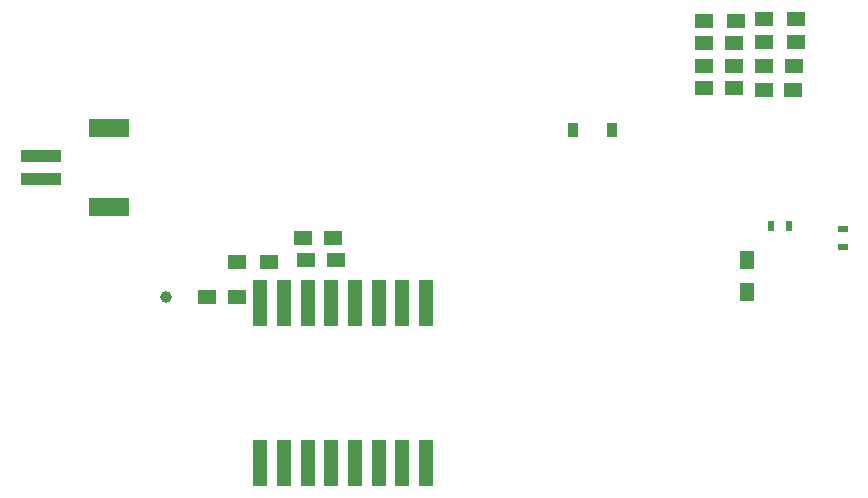
<source format=gbr>
G04 #@! TF.GenerationSoftware,KiCad,Pcbnew,(5.1.2)-1*
G04 #@! TF.CreationDate,2019-08-13T17:52:10+02:00*
G04 #@! TF.ProjectId,tinyRF24,74696e79-5246-4323-942e-6b696361645f,rev?*
G04 #@! TF.SameCoordinates,Original*
G04 #@! TF.FileFunction,Paste,Bot*
G04 #@! TF.FilePolarity,Positive*
%FSLAX46Y46*%
G04 Gerber Fmt 4.6, Leading zero omitted, Abs format (unit mm)*
G04 Created by KiCad (PCBNEW (5.1.2)-1) date 2019-08-13 17:52:10*
%MOMM*%
%LPD*%
G04 APERTURE LIST*
%ADD10R,1.500000X1.300000*%
%ADD11R,1.200000X4.000000*%
%ADD12R,1.500000X1.250000*%
%ADD13C,1.000000*%
%ADD14R,0.900000X1.200000*%
%ADD15R,3.400000X1.500000*%
%ADD16R,3.500000X1.000000*%
%ADD17R,1.300000X1.500000*%
%ADD18R,0.900000X0.500000*%
%ADD19R,0.500000X0.900000*%
G04 APERTURE END LIST*
D10*
X146130000Y-59309000D03*
X143430000Y-59309000D03*
X106540000Y-79730000D03*
X103840000Y-79730000D03*
D11*
X119840000Y-96730000D03*
X117840000Y-96730000D03*
X115840000Y-96730000D03*
X113840000Y-96730000D03*
X111840000Y-96730000D03*
X109840000Y-96730000D03*
X107840000Y-96730000D03*
X105840000Y-96730000D03*
X105840000Y-83230000D03*
X107840000Y-83230000D03*
X109840000Y-83230000D03*
X111840000Y-83230000D03*
X113840000Y-83230000D03*
X115840000Y-83230000D03*
X117840000Y-83230000D03*
X119840000Y-83230000D03*
D12*
X109737000Y-79608000D03*
X112237000Y-79608000D03*
X103840000Y-82730000D03*
X101340000Y-82730000D03*
D10*
X148510000Y-61087000D03*
X151210000Y-61087000D03*
D13*
X97840400Y-82730000D03*
D12*
X111974000Y-77724000D03*
X109474000Y-77724000D03*
X143403000Y-63119000D03*
X145903000Y-63119000D03*
X143403000Y-65024000D03*
X145903000Y-65024000D03*
X150963000Y-65151000D03*
X148463000Y-65151000D03*
X148503000Y-63119000D03*
X151003000Y-63119000D03*
X145903000Y-61214000D03*
X143403000Y-61214000D03*
D10*
X148510000Y-59182000D03*
X151210000Y-59182000D03*
D14*
X132335000Y-68580000D03*
X135635000Y-68580000D03*
D15*
X93045000Y-75105000D03*
X93045000Y-68405000D03*
D16*
X87295000Y-72755000D03*
X87295000Y-70755000D03*
D17*
X147066000Y-82312500D03*
X147066000Y-79612500D03*
D18*
X155130500Y-76974000D03*
X155130500Y-78474000D03*
D19*
X149110000Y-76708000D03*
X150610000Y-76708000D03*
M02*

</source>
